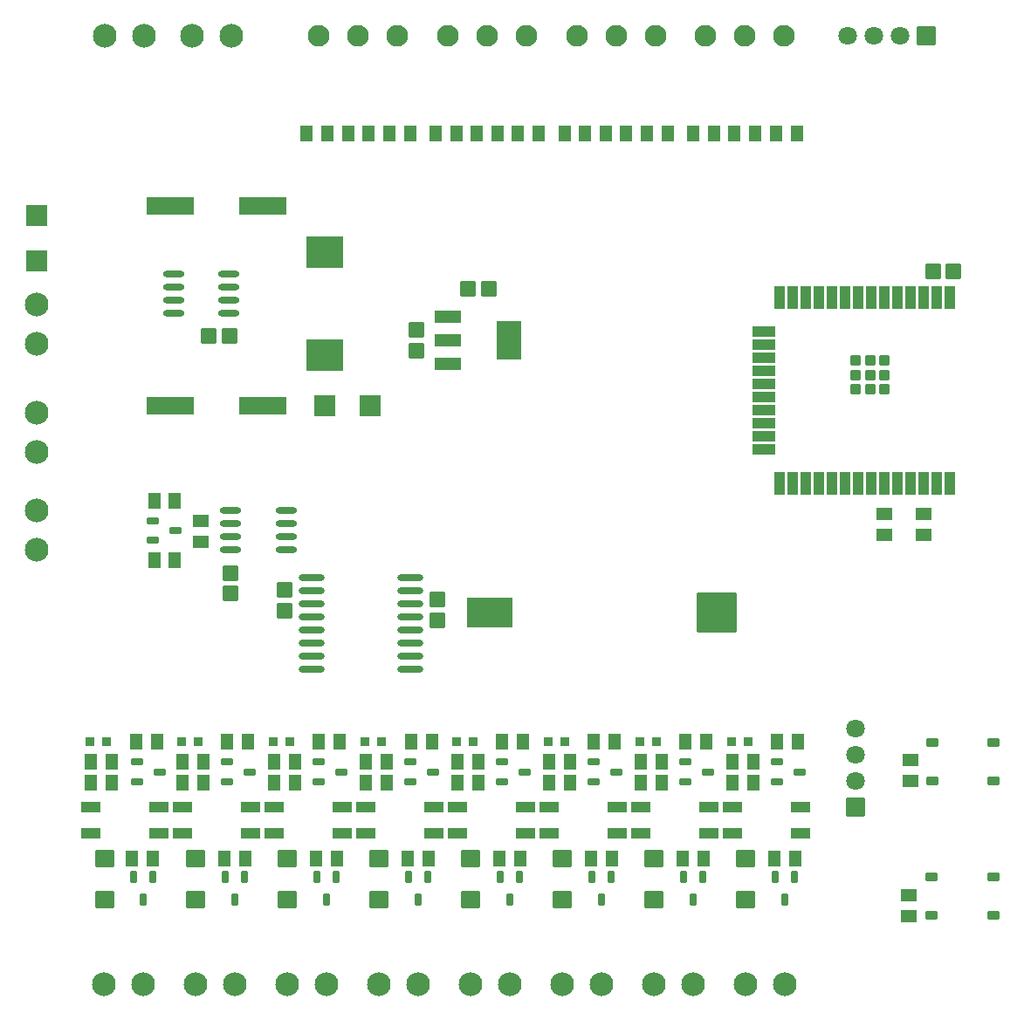
<source format=gts>
G04 Layer: TopSolderMaskLayer*
G04 EasyEDA Pro v2.2.40.8, 2025-08-06 11:59:20*
G04 Gerber Generator version 0.3*
G04 Scale: 100 percent, Rotated: No, Reflected: No*
G04 Dimensions in millimeters*
G04 Leading zeros omitted, absolute positions, 4 integers and 5 decimals*
G04 Generated by one-click*
%FSLAX45Y45*%
%MOMM*%
%AMRoundRect*1,1,$1,$2,$3*1,1,$1,$4,$5*1,1,$1,0-$2,0-$3*1,1,$1,0-$4,0-$5*20,1,$1,$2,$3,$4,$5,0*20,1,$1,$4,$5,0-$2,0-$3,0*20,1,$1,0-$2,0-$3,0-$4,0-$5,0*20,1,$1,0-$4,0-$5,$2,$3,0*4,1,4,$2,$3,$4,$5,0-$2,0-$3,0-$4,0-$5,$2,$3,0*%
%ADD10RoundRect,0.09495X-0.70833X0.67833X0.70833X0.67833*%
%ADD11RoundRect,0.09265X-0.47948X1.05447X0.47948X1.05447*%
%ADD12RoundRect,0.09265X-1.05447X0.47948X1.05447X0.47948*%
%ADD13RoundRect,0.09224X-0.45468X0.45468X0.45468X0.45468*%
%ADD14C,2.3016*%
%ADD15RoundRect,0.09603X-2.25278X0.82779X2.25278X0.82779*%
%ADD16RoundRect,0.0975X-0.67833X-0.70833X-0.67833X0.70833*%
%ADD17RoundRect,0.09495X-0.67833X-0.70833X-0.67833X0.70833*%
%ADD18RoundRect,0.09691X-1.00234X1.00234X1.00234X1.00234*%
%ADD19RoundRect,0.09691X-1.00234X-1.00234X-1.00234X1.00234*%
%ADD20RoundRect,0.09838X-1.75161X-1.50161X-1.75161X1.50161*%
%ADD21O,2.05181X0.67*%
%ADD22RoundRect,0.09368X-1.25396X0.55396X1.25396X0.55396*%
%ADD23RoundRect,0.09754X-1.17203X1.80203X1.17203X1.80203*%
%ADD24RoundRect,0.08756X-0.52576X0.27302X0.52576X0.27302*%
%ADD25RoundRect,0.09387X-0.57013X0.69237X0.57013X0.69237*%
%ADD26RoundRect,0.09387X-0.69237X-0.57013X-0.69237X0.57013*%
%ADD27RoundRect,0.09902X-1.90129X1.90129X1.90129X1.90129*%
%ADD28RoundRect,0.09816X-2.15171X1.40172X2.15171X1.40172*%
%ADD29C,2.1016*%
%ADD30O,2.5021X0.67559*%
%ADD31RoundRect,0.09077X-0.50541X0.38042X0.50541X0.38042*%
%ADD32RoundRect,0.09618X-0.85271X0.85271X0.85271X0.85271*%
%ADD33C,1.8016*%
%ADD34RoundRect,0.09618X-0.85271X-0.85271X-0.85271X0.85271*%
%ADD35RoundRect,0.09265X-0.85447X0.47948X0.85447X0.47948*%
%ADD36RoundRect,0.08756X-0.27302X-0.52576X-0.27302X0.52576*%
%ADD37RoundRect,0.09131X-0.40514X-0.40514X-0.40514X0.40514*%
%ADD38RoundRect,0.09561X-0.843X-0.76299X-0.843X0.76299*%
G75*


G04 Pad Start*
G54D10*
G01X9095140Y-2686439D03*
G01X9295139Y-2686439D03*
G54D11*
G01X9257192Y-2942128D03*
G01X9130192Y-2942128D03*
G01X9003192Y-2942128D03*
G01X8876192Y-2942128D03*
G01X8749192Y-2942128D03*
G01X8622192Y-2942128D03*
G01X8495192Y-2942128D03*
G01X8368192Y-2942128D03*
G01X8241192Y-2942128D03*
G01X8114192Y-2942128D03*
G01X7987192Y-2942128D03*
G01X7860192Y-2942128D03*
G01X7733192Y-2942128D03*
G01X7606192Y-2942128D03*
G54D12*
G01X7456687Y-3270652D03*
G01X7456687Y-3397652D03*
G01X7456687Y-3524652D03*
G01X7456687Y-3651652D03*
G01X7456687Y-3778652D03*
G01X7456687Y-3905652D03*
G01X7456687Y-4032652D03*
G01X7456687Y-4159652D03*
G01X7456687Y-4286652D03*
G01X7456687Y-4413652D03*
G54D11*
G01X7606192Y-4742150D03*
G01X7733192Y-4742150D03*
G01X7860192Y-4742150D03*
G01X7987192Y-4742150D03*
G01X8114192Y-4742150D03*
G01X8241192Y-4742150D03*
G01X8368192Y-4742150D03*
G01X8495192Y-4742150D03*
G01X8622192Y-4742150D03*
G01X8749192Y-4742150D03*
G01X8876192Y-4742150D03*
G01X9003192Y-4742150D03*
G01X9130192Y-4742150D03*
G01X9257192Y-4742150D03*
G54D13*
G01X8489096Y-3692114D03*
G01X8489096Y-3552135D03*
G01X8489096Y-3832144D03*
G01X8629101Y-3832144D03*
G01X8629101Y-3692139D03*
G01X8629101Y-3552135D03*
G01X8349091Y-3552135D03*
G01X8349091Y-3692139D03*
G01X8349091Y-3832144D03*
G54D14*
G01X1064197Y-399999D03*
G01X1445197Y-399999D03*
G01X1914195Y-399999D03*
G01X2295195Y-399999D03*
G54D15*
G01X2599982Y-2049996D03*
G01X1700009Y-2049996D03*
G01X2599982Y-3988092D03*
G01X1700009Y-3988092D03*
G54D10*
G01X2275396Y-3313493D03*
G01X2075396Y-3313493D03*
G54D17*
G01X4086972Y-3455632D03*
G01X4086972Y-3255632D03*
G54D10*
G01X4786972Y-2855632D03*
G01X4586973Y-2855632D03*
G54D18*
G01X3636289Y-3987800D03*
G01X3196311Y-3987800D03*
G54D19*
G01X406400Y-2582189D03*
G01X406400Y-2142211D03*
G54D20*
G01X3199994Y-2499995D03*
G01X3199994Y-3499993D03*
G54D14*
G01X399999Y-3390494D03*
G01X399999Y-3009494D03*
G54D21*
G01X2270506Y-3090494D03*
G01X2270506Y-2963494D03*
G01X2270506Y-2836494D03*
G01X2270506Y-2709494D03*
G01X1729486Y-3090494D03*
G01X1729486Y-2963494D03*
G01X1729486Y-2836494D03*
G01X1729486Y-2709494D03*
G54D22*
G01X4389978Y-3125635D03*
G01X4389978Y-3355632D03*
G01X4389978Y-3585629D03*
G54D23*
G01X4983970Y-3355632D03*
G54D17*
G01X2287295Y-5612689D03*
G01X2287295Y-5812688D03*
G54D24*
G01X1533563Y-5104994D03*
G01X1533563Y-5294986D03*
G01X1753832Y-5199990D03*
G54D14*
G01X399999Y-5390490D03*
G01X399999Y-5009490D03*
G54D25*
G01X1743697Y-5487289D03*
G01X1543698Y-5487289D03*
G01X1543698Y-4912690D03*
G01X1743697Y-4912690D03*
G54D26*
G01X1993900Y-5307000D03*
G01X1993900Y-5107000D03*
G54D21*
G01X2823210Y-5384800D03*
G01X2823210Y-5257800D03*
G01X2823210Y-5130800D03*
G01X2823210Y-5003800D03*
G01X2282190Y-5384800D03*
G01X2282190Y-5257800D03*
G01X2282190Y-5130800D03*
G01X2282190Y-5003800D03*
G54D14*
G01X399999Y-4440491D03*
G01X399999Y-4059491D03*
G54D27*
G01X7002490Y-5999988D03*
G54D28*
G01X4797483Y-5999988D03*
G54D17*
G01X4292600Y-5869000D03*
G01X4292600Y-6069000D03*
G01X2806700Y-5780100D03*
G01X2806700Y-5980100D03*
G54D29*
G01X5153990Y-399999D03*
G01X4772990Y-399999D03*
G01X4391990Y-399999D03*
G01X6403988Y-399999D03*
G01X6022988Y-399999D03*
G01X5641988Y-399999D03*
G01X7653985Y-399999D03*
G01X7272985Y-399999D03*
G01X6891985Y-399999D03*
G54D26*
G01X8623300Y-5243500D03*
G01X8623300Y-5043500D03*
G01X9004300Y-5243500D03*
G01X9004300Y-5043500D03*
G54D30*
G01X3074962Y-5655488D03*
G01X3074962Y-5782488D03*
G01X3074962Y-5909488D03*
G01X3074962Y-6036488D03*
G01X3074962Y-6163488D03*
G01X3074962Y-6290488D03*
G01X3074962Y-6417488D03*
G01X3074962Y-6544488D03*
G01X4025024Y-5655488D03*
G01X4025024Y-5782488D03*
G01X4025024Y-5909488D03*
G01X4025024Y-6036488D03*
G01X4025024Y-6163488D03*
G01X4025024Y-6290488D03*
G01X4025024Y-6417488D03*
G01X4025024Y-6544488D03*
G54D26*
G01X8864600Y-8939200D03*
G01X8864600Y-8739200D03*
G01X8877300Y-7631100D03*
G01X8877300Y-7431100D03*
G54D31*
G01X9085301Y-8562800D03*
G01X9685299Y-8562800D03*
G01X9085301Y-8937800D03*
G01X9685299Y-8937800D03*
G01X9087282Y-7260085D03*
G01X9687281Y-7260085D03*
G01X9087282Y-7635085D03*
G01X9687281Y-7635085D03*
G54D32*
G01X9030983Y-399999D03*
G54D33*
G01X8776983Y-399999D03*
G01X8522983Y-399999D03*
G01X8268983Y-399999D03*
G54D34*
G01X8349983Y-7880985D03*
G54D33*
G01X8349983Y-7626985D03*
G01X8349983Y-7372985D03*
G01X8349983Y-7118985D03*
G54D25*
G01X5272989Y-1349997D03*
G01X5072990Y-1349997D03*
G01X4872990Y-1349997D03*
G01X4672990Y-1349997D03*
G01X4472991Y-1349997D03*
G01X4272991Y-1349997D03*
G01X6122988Y-1349997D03*
G01X5922988Y-1349997D03*
G01X5722988Y-1349997D03*
G01X5522989Y-1349997D03*
G01X7372985Y-1349997D03*
G01X7172985Y-1349997D03*
G01X6972986Y-1349997D03*
G01X6772986Y-1349997D03*
G54D29*
G01X3903993Y-399999D03*
G01X3522993Y-399999D03*
G01X3141993Y-399999D03*
G54D25*
G01X3622993Y-1349997D03*
G01X3422993Y-1349997D03*
G01X3222993Y-1349997D03*
G01X3022994Y-1349997D03*
G01X4024592Y-1349997D03*
G01X3824592Y-1349997D03*
G01X6524587Y-1349997D03*
G01X6324587Y-1349997D03*
G01X7774584Y-1349997D03*
G01X7574585Y-1349997D03*
G54D35*
G01X7150303Y-7886700D03*
G01X7150303Y-8140700D03*
G01X7810297Y-8140700D03*
G01X7810297Y-7886700D03*
G01X6261303Y-7886700D03*
G01X6261303Y-8140700D03*
G01X6921297Y-8140700D03*
G01X6921297Y-7886700D03*
G01X5372303Y-7886700D03*
G01X5372303Y-8140700D03*
G01X6032297Y-8140700D03*
G01X6032297Y-7886700D03*
G01X4483303Y-7886700D03*
G01X4483303Y-8140700D03*
G01X5143297Y-8140700D03*
G01X5143297Y-7886700D03*
G01X3594303Y-7886700D03*
G01X3594303Y-8140700D03*
G01X4254297Y-8140700D03*
G01X4254297Y-7886700D03*
G01X2705303Y-7886700D03*
G01X2705303Y-8140700D03*
G01X3365297Y-8140700D03*
G01X3365297Y-7886700D03*
G01X1816303Y-7886700D03*
G01X1816303Y-8140700D03*
G01X2476297Y-8140700D03*
G01X2476297Y-7886700D03*
G01X927303Y-7886700D03*
G01X927303Y-8140700D03*
G01X1587297Y-8140700D03*
G01X1587297Y-7886700D03*
G54D25*
G01X7758100Y-8382000D03*
G01X7558100Y-8382000D03*
G01X7351700Y-7442200D03*
G01X7151700Y-7442200D03*
G01X7151700Y-7645400D03*
G01X7351700Y-7645400D03*
G01X7583500Y-7251700D03*
G01X7783500Y-7251700D03*
G01X6869100Y-8382000D03*
G01X6669100Y-8382000D03*
G01X6462700Y-7442200D03*
G01X6262700Y-7442200D03*
G01X6262700Y-7645400D03*
G01X6462700Y-7645400D03*
G01X6694500Y-7251700D03*
G01X6894500Y-7251700D03*
G01X5980100Y-8382000D03*
G01X5780100Y-8382000D03*
G01X5573700Y-7442200D03*
G01X5373700Y-7442200D03*
G01X5373700Y-7645400D03*
G01X5573700Y-7645400D03*
G01X5805500Y-7251700D03*
G01X6005500Y-7251700D03*
G01X5091100Y-8382000D03*
G01X4891100Y-8382000D03*
G01X4684700Y-7442200D03*
G01X4484700Y-7442200D03*
G01X4484700Y-7645400D03*
G01X4684700Y-7645400D03*
G01X4916500Y-7251700D03*
G01X5116500Y-7251700D03*
G01X4202100Y-8382000D03*
G01X4002100Y-8382000D03*
G01X3795700Y-7442200D03*
G01X3595700Y-7442200D03*
G01X3595700Y-7645400D03*
G01X3795700Y-7645400D03*
G01X4040200Y-7251700D03*
G01X4240200Y-7251700D03*
G01X3313100Y-8382000D03*
G01X3113100Y-8382000D03*
G01X2906700Y-7442200D03*
G01X2706700Y-7442200D03*
G01X2706700Y-7645400D03*
G01X2906700Y-7645400D03*
G01X3138500Y-7251700D03*
G01X3338500Y-7251700D03*
G01X2424100Y-8382000D03*
G01X2224100Y-8382000D03*
G01X2017700Y-7442200D03*
G01X1817700Y-7442200D03*
G01X1817700Y-7645400D03*
G01X2017700Y-7645400D03*
G01X2249500Y-7251700D03*
G01X2449500Y-7251700D03*
G01X1530302Y-8380400D03*
G01X1330302Y-8380400D03*
G01X1128700Y-7442200D03*
G01X928700Y-7442200D03*
G01X928700Y-7645400D03*
G01X1128700Y-7645400D03*
G01X1373200Y-7251700D03*
G01X1573200Y-7251700D03*
G54D36*
G01X7753096Y-8563966D03*
G01X7563104Y-8563966D03*
G01X7658100Y-8784234D03*
G54D24*
G01X7586066Y-7448804D03*
G01X7586066Y-7638796D03*
G01X7806334Y-7543800D03*
G54D36*
G01X6864096Y-8563966D03*
G01X6674104Y-8563966D03*
G01X6769100Y-8784234D03*
G54D24*
G01X6697066Y-7448804D03*
G01X6697066Y-7638796D03*
G01X6917334Y-7543800D03*
G54D36*
G01X5975096Y-8563966D03*
G01X5785104Y-8563966D03*
G01X5880100Y-8784234D03*
G54D24*
G01X5808066Y-7448804D03*
G01X5808066Y-7638796D03*
G01X6028334Y-7543800D03*
G54D36*
G01X5086096Y-8563966D03*
G01X4896104Y-8563966D03*
G01X4991100Y-8784234D03*
G54D24*
G01X4919066Y-7448804D03*
G01X4919066Y-7638796D03*
G01X5139334Y-7543800D03*
G54D36*
G01X4197096Y-8563966D03*
G01X4007104Y-8563966D03*
G01X4102100Y-8784234D03*
G54D24*
G01X4030066Y-7448804D03*
G01X4030066Y-7638796D03*
G01X4250334Y-7543800D03*
G54D36*
G01X3308096Y-8563966D03*
G01X3118104Y-8563966D03*
G01X3213100Y-8784234D03*
G54D24*
G01X3141066Y-7448804D03*
G01X3141066Y-7638796D03*
G01X3361334Y-7543800D03*
G54D36*
G01X2419096Y-8563966D03*
G01X2229104Y-8563966D03*
G01X2324100Y-8784234D03*
G54D24*
G01X2252066Y-7448804D03*
G01X2252066Y-7638796D03*
G01X2472334Y-7543800D03*
G54D36*
G01X1530096Y-8563966D03*
G01X1340104Y-8563966D03*
G01X1435100Y-8784234D03*
G54D24*
G01X1375766Y-7448804D03*
G01X1375766Y-7638796D03*
G01X1596034Y-7543800D03*
G54D14*
G01X7657186Y-9599981D03*
G01X7276186Y-9599981D03*
G01X6769087Y-9599981D03*
G01X6388087Y-9599981D03*
G01X5880989Y-9599981D03*
G01X5499989Y-9599981D03*
G01X4992891Y-9599981D03*
G01X4611891Y-9599981D03*
G01X4104792Y-9599981D03*
G01X3723792Y-9599981D03*
G01X3216694Y-9599981D03*
G01X2835694Y-9599981D03*
G01X2328596Y-9599981D03*
G01X1947596Y-9599981D03*
G01X1440498Y-9599981D03*
G01X1059498Y-9599981D03*
G54D37*
G01X7146354Y-7251713D03*
G01X7306247Y-7251687D03*
G01X6257354Y-7251713D03*
G01X6417247Y-7251687D03*
G01X5368354Y-7251713D03*
G01X5528247Y-7251687D03*
G01X4479354Y-7251713D03*
G01X4639247Y-7251687D03*
G01X3590354Y-7251713D03*
G01X3750247Y-7251687D03*
G01X2701354Y-7251713D03*
G01X2861247Y-7251687D03*
G01X1812354Y-7251713D03*
G01X1972247Y-7251687D03*
G01X923354Y-7251713D03*
G01X1083247Y-7251687D03*
G54D38*
G01X7277100Y-8781699D03*
G01X7277100Y-8388701D03*
G01X6388100Y-8781699D03*
G01X6388100Y-8388701D03*
G01X5499100Y-8781699D03*
G01X5499100Y-8388701D03*
G01X4610100Y-8781699D03*
G01X4610100Y-8388701D03*
G01X3721100Y-8781699D03*
G01X3721100Y-8388701D03*
G01X2832100Y-8781699D03*
G01X2832100Y-8388701D03*
G01X1943100Y-8781699D03*
G01X1943100Y-8388701D03*
G01X1061703Y-8780604D03*
G01X1061703Y-8387605D03*
G04 Pad End*

M02*


</source>
